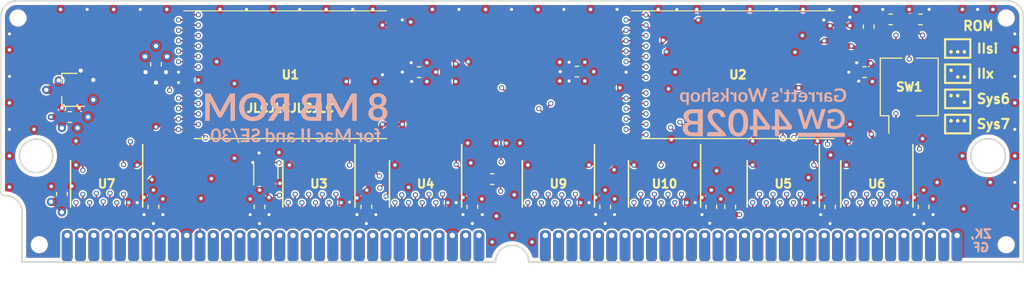
<source format=kicad_pcb>
(kicad_pcb (version 20221018) (generator pcbnew)

  (general
    (thickness 1.6108)
  )

  (paper "USLetter")
  (title_block
    (title "GW4402C")
    (date "2022-02-05")
    (rev "1.0")
    (company "Garrett's Workshop")
  )

  (layers
    (0 "F.Cu" signal)
    (1 "In1.Cu" power)
    (2 "In2.Cu" power)
    (31 "B.Cu" signal)
    (32 "B.Adhes" user "B.Adhesive")
    (33 "F.Adhes" user "F.Adhesive")
    (34 "B.Paste" user)
    (35 "F.Paste" user)
    (36 "B.SilkS" user "B.Silkscreen")
    (37 "F.SilkS" user "F.Silkscreen")
    (38 "B.Mask" user)
    (39 "F.Mask" user)
    (40 "Dwgs.User" user "User.Drawings")
    (41 "Cmts.User" user "User.Comments")
    (42 "Eco1.User" user "User.Eco1")
    (43 "Eco2.User" user "User.Eco2")
    (44 "Edge.Cuts" user)
    (45 "Margin" user)
    (46 "B.CrtYd" user "B.Courtyard")
    (47 "F.CrtYd" user "F.Courtyard")
    (48 "B.Fab" user)
    (49 "F.Fab" user)
  )

  (setup
    (stackup
      (layer "F.SilkS" (type "Top Silk Screen"))
      (layer "F.Paste" (type "Top Solder Paste"))
      (layer "F.Mask" (type "Top Solder Mask") (thickness 0.01))
      (layer "F.Cu" (type "copper") (thickness 0.035))
      (layer "dielectric 1" (type "core") (thickness 0.2104) (material "FR4") (epsilon_r 4.6) (loss_tangent 0.02))
      (layer "In1.Cu" (type "copper") (thickness 0.0175))
      (layer "dielectric 2" (type "prepreg") (thickness 1.065) (material "FR4") (epsilon_r 4.5) (loss_tangent 0.02))
      (layer "In2.Cu" (type "copper") (thickness 0.0175))
      (layer "dielectric 3" (type "core") (thickness 0.2104) (material "FR4") (epsilon_r 4.6) (loss_tangent 0.02))
      (layer "B.Cu" (type "copper") (thickness 0.035))
      (layer "B.Mask" (type "Bottom Solder Mask") (thickness 0.01))
      (layer "B.Paste" (type "Bottom Solder Paste"))
      (layer "B.SilkS" (type "Bottom Silk Screen"))
      (copper_finish "None")
      (dielectric_constraints no)
    )
    (pad_to_mask_clearance 0.0762)
    (solder_mask_min_width 0.127)
    (pad_to_paste_clearance -0.0381)
    (pcbplotparams
      (layerselection 0x00210f8_ffffffff)
      (plot_on_all_layers_selection 0x0000000_00000000)
      (disableapertmacros false)
      (usegerberextensions true)
      (usegerberattributes false)
      (usegerberadvancedattributes false)
      (creategerberjobfile false)
      (dashed_line_dash_ratio 12.000000)
      (dashed_line_gap_ratio 3.000000)
      (svgprecision 6)
      (plotframeref false)
      (viasonmask false)
      (mode 1)
      (useauxorigin false)
      (hpglpennumber 1)
      (hpglpenspeed 20)
      (hpglpendiameter 15.000000)
      (dxfpolygonmode true)
      (dxfimperialunits true)
      (dxfusepcbnewfont true)
      (psnegative false)
      (psa4output false)
      (plotreference true)
      (plotvalue true)
      (plotinvisibletext false)
      (sketchpadsonfab false)
      (subtractmaskfromsilk true)
      (outputformat 1)
      (mirror false)
      (drillshape 0)
      (scaleselection 1)
      (outputdirectory "gerber/")
    )
  )

  (net 0 "")
  (net 1 "+5V")
  (net 2 "/D0")
  (net 3 "/D1")
  (net 4 "/~{WE}")
  (net 5 "/D2")
  (net 6 "/D3")
  (net 7 "GND")
  (net 8 "/D4")
  (net 9 "/D5")
  (net 10 "/D6")
  (net 11 "/A11")
  (net 12 "/D7")
  (net 13 "/A0")
  (net 14 "/A1")
  (net 15 "/A2")
  (net 16 "/A3")
  (net 17 "/A4")
  (net 18 "/A5")
  (net 19 "/A6")
  (net 20 "/A7")
  (net 21 "/~{CS}")
  (net 22 "/~{OE}")
  (net 23 "/D8")
  (net 24 "/D9")
  (net 25 "/D10")
  (net 26 "/D11")
  (net 27 "/D12")
  (net 28 "/D13")
  (net 29 "/D14")
  (net 30 "/D15")
  (net 31 "/A8")
  (net 32 "/A9")
  (net 33 "/A10")
  (net 34 "/A12")
  (net 35 "/A13")
  (net 36 "/A14")
  (net 37 "/A15")
  (net 38 "/A16")
  (net 39 "/A17")
  (net 40 "/A18")
  (net 41 "/A19")
  (net 42 "/A20")
  (net 43 "/A21")
  (net 44 "/A22")
  (net 45 "/D16")
  (net 46 "/D17")
  (net 47 "/D18")
  (net 48 "/D19")
  (net 49 "/D20")
  (net 50 "/D21")
  (net 51 "/D22")
  (net 52 "/D23")
  (net 53 "/D24")
  (net 54 "/D25")
  (net 55 "/D26")
  (net 56 "/D27")
  (net 57 "/D28")
  (net 58 "/D29")
  (net 59 "/D30")
  (net 60 "/D31")
  (net 61 "+3V3")
  (net 62 "/RD7")
  (net 63 "/RD6")
  (net 64 "/RD5")
  (net 65 "/RD4")
  (net 66 "/RD3")
  (net 67 "/RD2")
  (net 68 "/RD1")
  (net 69 "/RD0")
  (net 70 "/RD8")
  (net 71 "/RD9")
  (net 72 "/RD10")
  (net 73 "/RD11")
  (net 74 "/RD12")
  (net 75 "/RD13")
  (net 76 "/RD14")
  (net 77 "/RD15")
  (net 78 "/RD23")
  (net 79 "/RD22")
  (net 80 "/RD21")
  (net 81 "/RD20")
  (net 82 "/RD19")
  (net 83 "/RD18")
  (net 84 "/RD17")
  (net 85 "/RD16")
  (net 86 "/RD24")
  (net 87 "/RD25")
  (net 88 "/RD26")
  (net 89 "/RD27")
  (net 90 "/RD28")
  (net 91 "/RD29")
  (net 92 "/RD30")
  (net 93 "/RD31")
  (net 94 "/RA7")
  (net 95 "/RA6")
  (net 96 "/RA5")
  (net 97 "/RA4")
  (net 98 "/RA3")
  (net 99 "/RA2")
  (net 100 "/R~{CS}")
  (net 101 "/R~{OE}")
  (net 102 "/R~{WE}")
  (net 103 "/RA8")
  (net 104 "/RA9")
  (net 105 "/RA17")
  (net 106 "/RA16")
  (net 107 "/RA15")
  (net 108 "/RA14")
  (net 109 "/RA13")
  (net 110 "/RA12")
  (net 111 "/RA11")
  (net 112 "/RA10")
  (net 113 "/RA18")
  (net 114 "/RA19")
  (net 115 "/RA20")
  (net 116 "/RA21")
  (net 117 "/RA22")
  (net 118 "unconnected-(J1-Pin_63-Pad63)")
  (net 119 "unconnected-(U1-~{BY}-Pad15)")
  (net 120 "unconnected-(U2-~{BY}-Pad15)")
  (net 121 "/RA23")
  (net 122 "/Ddir")
  (net 123 "/DdirR")
  (net 124 "/RA22sw")
  (net 125 "/RA21sw")

  (footprint "stdpads:Fiducial" (layer "F.Cu") (at 75.438 123.444))

  (footprint "stdpads:C_0603" (layer "F.Cu") (at 154.35 109.45))

  (footprint "stdpads:C_0603" (layer "F.Cu") (at 96.5 122.35 90))

  (footprint "stdpads:C_0603" (layer "F.Cu") (at 116.85 122.35 90))

  (footprint "stdpads:C_0603" (layer "F.Cu") (at 139.7 122.35 90))

  (footprint "stdpads:C_0603" (layer "F.Cu") (at 151.05 122.35 90))

  (footprint "stdpads:C_0603" (layer "F.Cu") (at 160 122.35 90))

  (footprint "stdpads:TSSOP-20_4.4x6.5mm_P0.65mm" (layer "F.Cu") (at 112.375 120.15 180))

  (footprint "stdpads:TSSOP-20_4.4x6.5mm_P0.65mm" (layer "F.Cu") (at 146.575 120.15 180))

  (footprint "stdpads:MacIIROMSIMM_Edge" (layer "F.Cu") (at 120.65 127.635))

  (footprint "stdpads:TSSOP-20_4.4x6.5mm_P0.65mm" (layer "F.Cu") (at 135.225 120.15 180))

  (footprint "stdpads:TSSOP-20_4.4x6.5mm_P0.65mm" (layer "F.Cu") (at 155.525 120.15 180))

  (footprint "stdpads:C_0603" (layer "F.Cu") (at 111.75 109.45))

  (footprint "stdpads:TSOP-I-48_18.4x12mm_P0.5mm" (layer "F.Cu") (at 99.45 109.7 -90))

  (footprint "stdpads:TSSOP-20_4.4x6.5mm_P0.65mm" (layer "F.Cu") (at 102.175 120.15 180))

  (footprint "stdpads:C_0603" (layer "F.Cu") (at 78.35 113.75))

  (footprint "stdpads:TSOP-I-48_18.4x12mm_P0.5mm" (layer "F.Cu") (at 142.24 109.7 -90))

  (footprint "stdpads:C_0603" (layer "F.Cu") (at 86.35 122.35 90))

  (footprint "stdpads:TSSOP-20_4.4x6.5mm_P0.65mm" (layer "F.Cu") (at 81.875 120.15 180))

  (footprint "stdpads:C_0603" (layer "F.Cu") (at 106.7135 122.35 90))

  (footprint "stdpads:TSSOP-20_4.4x6.5mm_P0.65mm" (layer "F.Cu") (at 125.075 120.15 180))

  (footprint "stdpads:C_0603" (layer "F.Cu") (at 129.55 122.35 90))

  (footprint "stdpads:C_0603" (layer "F.Cu") (at 141.5 122.35 90))

  (footprint "stdpads:C_0603" (layer "F.Cu") (at 86.6 108.7 90))

  (footprint "stdpads:Fiducial" (layer "F.Cu") (at 167.894 123.444))

  (footprint "stdpads:Fiducial" (layer "F.Cu") (at 162.433 104.267))

  (footprint "stdpads:Fiducial" (layer "F.Cu") (at 75.946 104.267))

  (footprint "stdpads:C_0603" (layer "F.Cu") (at 126.85 109.4))

  (footprint "stdpads:C_0603" (layer "F.Cu") (at 77.6 121.123 90))

  (footprint "stdpads:SOT-353" (layer "F.Cu") (at 97.1 118.95))

  (footprint "stdpads:R_0603" (layer "F.Cu") (at 156.85 104.4 180))

  (footprint "stdpads:R_0603" (layer "F.Cu") (at 154.75 105.1 90))

  (footprint "stdpads:R_0603" (layer "F.Cu") (at 118.75 119.7 180))

  (footprint "stdpads:SOT-23" (layer "F.Cu") (at 78.35 111.15))

  (footprint "stdpads:PasteHole_1.152mm_NPTH" (layer "F.Cu") (at 73.406 104.267))

  (footprint "stdpads:PasteHole_1.152mm_NPTH" (layer "F.Cu") (at 75.438 125.984))

  (footprint "stdpads:PasteHole_1.152mm_NPTH" (layer "F.Cu") (at 167.894 125.984))

  (footprint "stdpads:PasteHole_1.152mm_NPTH" (layer "F.Cu") (at 167.894 104.267))

  (footprint "stdpads:R_0603" (layer "F.Cu") (at 159.7 104.4))

  (footprint "stdpads:SW_DIP_SPSTx03_Slide_DSHP03TS_P1.27mm" (layer "F.Cu") (at 158.623 110.871))

  (footprint "LOGO" (layer "B.Cu")
    (tstamp b9ba79d1-e603-4975-83c9-1d20506a9050)
    (at 99.950302 113.737925 180)
    (attr board_only exclude_from_pos_files exclude_from_bom)
    (fp_text reference "G***" (at 0 0) (layer "B.SilkS") hide
        (effects (font (size 1.524 1.524) (thickness 0.3)) (justify mirror))
      (tstamp e2653b0a-5296-4a12-b227-bcac62608036)
    )
    (fp_text value "LOGO" (at 0.75 0) (layer "B.SilkS") hide
        (effects (font (size 1.524 1.524) (thickness 0.3)) (justify mirror))
      (tstamp 40cb2729-7e80-4008-aa0b-8207f1c02e46)
    )
    (fp_poly
      (pts
        (xy -1.121448 -2.423603)
        (xy -1.371249 -2.423603)
        (xy -1.371249 -1.110818)
        (xy -1.121448 -1.110818)
      )

      (stroke (width 0) (type solid)) (fill solid) (layer "B.SilkS") (tstamp dd673796-7a32-4f1f-b0c5-d2e15bb16cfe))
    (fp_poly
      (pts
        (xy -0.552751 -2.423603)
        (xy -0.802552 -2.423603)
        (xy -0.802552 -1.110818)
        (xy -0.552751 -1.110818)
      )

      (stroke (width 0) (type solid)) (fill solid) (layer "B.SilkS") (tstamp c6a167c5-7238-4790-96a1-fd14f1bba923))
    (fp_poly
      (pts
        (xy 5.261771 -1.30747)
        (xy 4.682444 -1.30747)
        (xy 4.682444 -1.668885)
        (xy 5.139527 -1.668885)
        (xy 5.139527 -1.854907)
        (xy 4.682444 -1.854907)
        (xy 4.682444 -2.226951)
        (xy 5.261771 -2.226951)
        (xy 5.261771 -2.423603)
        (xy 4.432643 -2.423603)
        (xy 4.432643 -1.110818)
        (xy 5.261771 -1.110818)
      )

      (stroke (width 0) (type solid)) (fill solid) (layer "B.SilkS") (tstamp b9fd7bc6-1738-4f9c-b9b9-b2ef65fcd9ff))
    (fp_poly
      (pts
        (xy -5.833671 -1.476886)
        (xy -5.793954 -1.490991)
        (xy -5.780133 -1.498709)
        (xy -5.763181 -1.509186)
        (xy -5.778072 -1.59235)
        (xy -5.783382 -1.621523)
        (xy -5.788286 -1.647573)
        (xy -5.792383 -1.668441)
        (xy -5.795274 -1.682067)
        (xy -5.796225 -1.685791)
        (xy -5.80382 -1.696798)
        (xy -5.818367 -1.702213)
        (xy -5.840693 -1.702186)
        (xy -5.86538 -1.69821)
        (xy -5.901414 -1.692169)
        (xy -5.93191 -1.690641)
        (xy -5.960957 -1.69363)
        (xy -5.982154 -1.698291)
        (xy -6.021574 -1.713204)
        (xy -6.056652 -1.736807)
        (xy -6.088038 -1.769653)
        (xy -6.116383 -1.812298)
        (xy -6.116728 -1.812909)
        (xy -6.133417 -1.842479)
        (xy -6.133417 -2.423603)
        (xy -6.361958 -2.423603)
        (xy -6.361958 -1.493492)
        (xy -6.28258 -1.493492)
        (xy -6.253473 -1.493838)
        (xy -6.227184 -1.49479)
        (xy -6.206008 -1.496218)
        (xy -6.192242 -1.497992)
        (xy -6.189312 -1.498773)
        (xy -6.179276 -1.505034)
        (xy -6.171252 -1.516224)
        (xy -6.164727 -1.533751)
        (xy -6.159184 -1.559019)
        (xy -6.154109 -1.593435)
        (xy -6.153837 -1.595594)
        (xy -6.146704 -1.65252)
        (xy -6.113538 -1.608009)
        (xy -6.074049 -1.561023)
        (xy -6.033056 -1.524315)
        (xy -5.990026 -1.497577)
        (xy -5.944425 -1.480502)
        (xy -5.895718 -1.472781)
        (xy -5.877852 -1.472233)
      )

      (stroke (width 0) (type solid)) (fill solid) (layer "B.SilkS") (tstamp 9fc74d0a-efbc-421c-ae62-7a1dacedd8b1))
    (fp_poly
      (pts
        (xy -7.606518 -1.087457)
        (xy -7.576147 -1.089046)
        (xy -7.553464 -1.09155)
        (xy -7.543199 -1.093749)
        (xy -7.520611 -1.100598)
        (xy -7.520611 -1.15637)
        (xy -7.521578 -1.191516)
        (xy -7.524733 -1.217378)
        (xy -7.530453 -1.235147)
        (xy -7.539117 -1.246014)
        (xy -7.550679 -1.251084)
        (xy -7.562408 -1.252909)
        (xy -7.581589 -1.255247)
        (xy -7.60508 -1.257734)
        (xy -7.61954 -1.259109)
        (xy -7.655924 -1.263809)
        (xy -7.684049 -1.270976)
        (xy -7.706165 -1.281459)
        (xy -7.724518 -1.296108)
        (xy -7.728614 -1.30034)
        (xy -7.745942 -1.324264)
        (xy -7.758403 -1.354005)
        (xy -7.766318 -1.390766)
        (xy -7.770006 -1.435751)
        (xy -7.770372 -1.457617)
        (xy -7.770412 -1.498807)
        (xy -7.525926 -1.498807)
        (xy -7.525926 -1.658255)
        (xy -7.759712 -1.658255)
        (xy -7.761076 -2.0396)
        (xy -7.762439 -2.420946)
        (xy -7.875381 -2.42238)
        (xy -7.988324 -2.423815)
        (xy -7.988324 -1.670724)
        (xy -8.032149 -1.664015)
        (xy -8.065954 -1.658165)
        (xy -8.09059 -1.651447)
        (xy -8.107493 -1.64226)
        (xy -8.118098 -1.629002)
        (xy -8.123841 -1.610071)
        (xy -8.126158 -1.
... [2105398 chars truncated]
</source>
